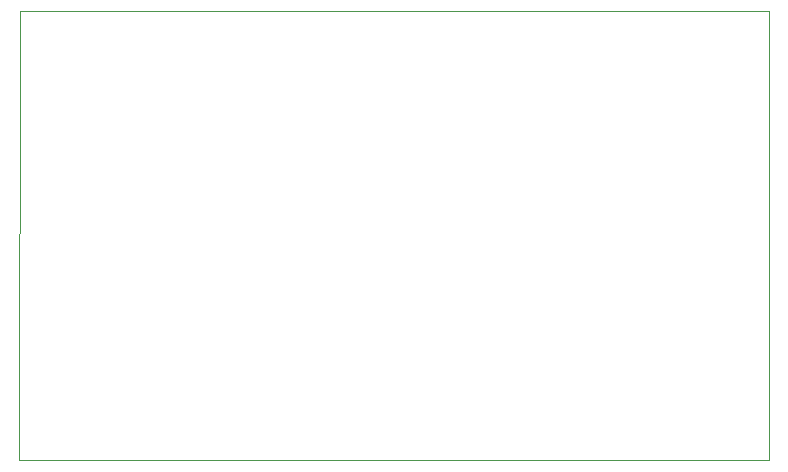
<source format=gm1>
G04 #@! TF.GenerationSoftware,KiCad,Pcbnew,8.0.1*
G04 #@! TF.CreationDate,2024-05-05T00:07:08+03:00*
G04 #@! TF.ProjectId,esc,6573632e-6b69-4636-9164-5f7063625858,rev?*
G04 #@! TF.SameCoordinates,Original*
G04 #@! TF.FileFunction,Profile,NP*
%FSLAX46Y46*%
G04 Gerber Fmt 4.6, Leading zero omitted, Abs format (unit mm)*
G04 Created by KiCad (PCBNEW 8.0.1) date 2024-05-05 00:07:08*
%MOMM*%
%LPD*%
G01*
G04 APERTURE LIST*
G04 #@! TA.AperFunction,Profile*
%ADD10C,0.100000*%
G04 #@! TD*
G04 APERTURE END LIST*
D10*
X109435000Y-32000000D02*
X46010000Y-32010000D01*
X109430000Y-70000000D02*
X109435000Y-32000000D01*
X109430000Y-70000000D02*
X45985000Y-70010000D01*
X46010000Y-32010000D02*
X45985000Y-70010000D01*
M02*

</source>
